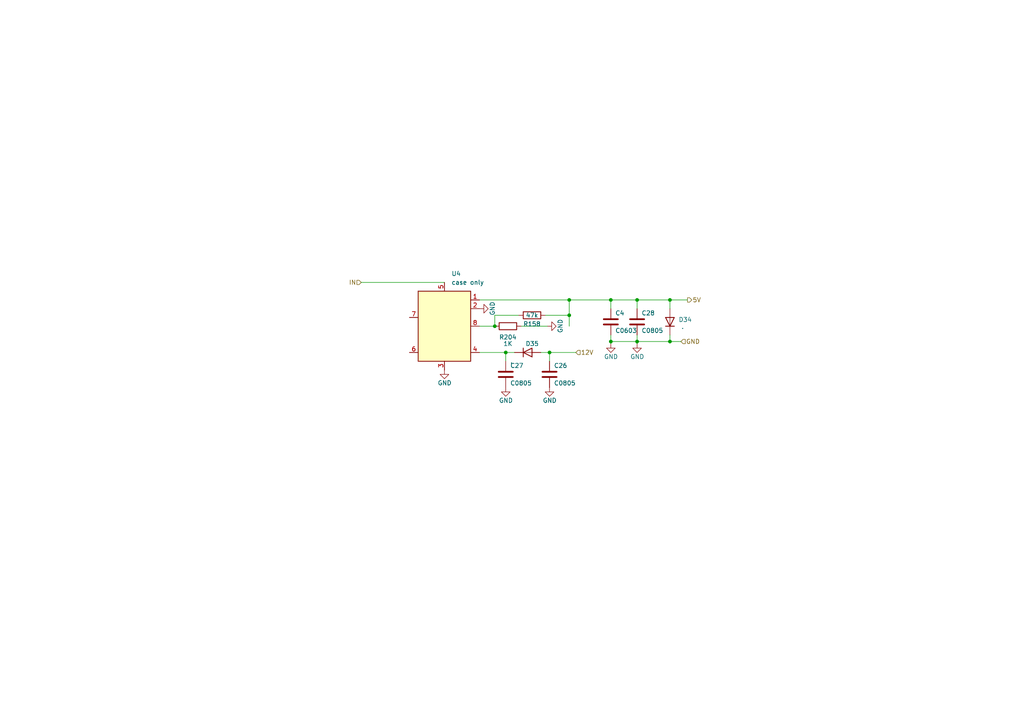
<source format=kicad_sch>
(kicad_sch (version 20211123) (generator eeschema)
  (paper "A4")
  (lib_symbols
    (symbol "Device:C" (pin_numbers hide) (pin_names (offset 0.254))
      (property "Reference" "C" (at 0.635 2.54 0))
      (property "Value" "C" (at 0.635 -2.54 0))
      (symbol "C_0_1"
        (polyline (pts (xy -2.032 -0.762) (xy 2.032 -0.762)) (stroke (width 0.508)))
        (polyline (pts (xy -2.032 0.762) (xy 2.032 0.762)) (stroke (width 0.508)))
      )
      (symbol "C_1_1"
        (pin passive line (at 0 3.81 270) (length 2.794) (name "~") (number "1"))
        (pin passive line (at 0 -3.81 90) (length 2.794) (name "~") (number "2"))
      )
    )
    (symbol "Device:R" (pin_numbers hide) (pin_names (offset 0))
      (property "Reference" "R" (at 2.032 0 90))
      (property "Value" "R" (at 0 0 90))
      (symbol "R_0_1"
        (rectangle (start -1.016 -2.54) (end 1.016 2.54) (stroke (width 0.254)))
      )
      (symbol "R_1_1"
        (pin passive line (at 0 3.81 270) (length 1.27) (name "~") (number "1"))
        (pin passive line (at 0 -3.81 90) (length 1.27) (name "~") (number "2"))
      )
    )
    (symbol "Diode:1N4148W" (pin_numbers hide) (pin_names hide)
      (property "Reference" "D" (at 0 2.54 0))
      (property "Value" "1N4148W" (at 0 -2.54 0))
      (symbol "1N4148W_0_1"
        (polyline (pts (xy -1.27 1.27) (xy -1.27 -1.27)) (stroke (width 0.254)))
        (polyline (pts (xy 1.27 0) (xy -1.27 0)))
        (polyline (pts (xy 1.27 1.27) (xy 1.27 -1.27) (xy -1.27 0) (xy 1.27 1.27)) (stroke (width 0.254)))
      )
      (symbol "1N4148W_1_1"
        (pin passive line (at -3.81 0 0) (length 2.54) (name "K") (number "1"))
        (pin passive line (at 3.81 0 180) (length 2.54) (name "A") (number "2"))
      )
    )
    (symbol "Diode:US2JA" (pin_numbers hide) (pin_names (offset 1.016) hide)
      (property "Reference" "D" (at 0 2.54 0))
      (property "Value" "US2JA" (at 0 -2.54 0))
      (symbol "US2JA_0_1"
        (polyline (pts (xy -1.27 1.27) (xy -1.27 -1.27)) (stroke (width 0.254)))
        (polyline (pts (xy 1.27 0) (xy -1.27 0)))
        (polyline (pts (xy 1.27 1.27) (xy 1.27 -1.27) (xy -1.27 0) (xy 1.27 1.27)) (stroke (width 0.254)))
      )
      (symbol "US2JA_1_1"
        (pin passive line (at -3.81 0 0) (length 2.54) (name "K") (number "1"))
        (pin passive line (at 3.81 0 180) (length 2.54) (name "A") (number "2"))
      )
    )
    (symbol "Regulator_Controller:L6727" (pin_names hide)
      (property "Reference" "U" (at -7.62 11.43 0))
      (property "Value" "L6727" (at 1.27 11.43 0))
      (symbol "L6727_0_0"
        (rectangle (start -7.62 10.16) (end 7.62 -10.16) (stroke (width 0.254)) (fill (type background)))
      )
      (symbol "L6727_1_1"
        (pin input line (at 10.16 7.62 180) (length 2.54) (name "BOOT") (number "1"))
        (pin output line (at 10.16 5.08 180) (length 2.54) (name "UGATE") (number "2"))
        (pin power_in line (at 0 -12.7 90) (length 2.54) (name "GND") (number "3"))
        (pin output line (at 10.16 -7.62 180) (length 2.54) (name "LGATE") (number "4"))
        (pin power_in line (at 0 12.7 270) (length 2.54) (name "VCC") (number "5"))
        (pin input line (at -10.16 -7.62 0) (length 2.54) (name "FB") (number "6"))
        (pin input line (at -10.16 2.54 0) (length 2.54) (name "COMP/DIS/OC") (number "7"))
        (pin passive line (at 10.16 0 180) (length 2.54) (name "PHASE") (number "8"))
      )
    )
    (symbol "power:GND" (power) (pin_names (offset 0))
      (property "Value" "GND" (at 0 -3.81 0))
      (symbol "GND_0_1"
        (polyline (pts (xy 0 0) (xy 0 -1.27) (xy 1.27 -1.27) (xy 0 -2.54) (xy -1.27 -1.27) (xy 0 -1.27)))
      )
      (symbol "GND_1_1"
        (pin power_in line (at 0 0 270) (length 0) hide (name "GND") (number "1"))
      )
    )
  )
  (junction (at 194.31 86.995))
  (junction (at 184.785 86.995))
  (junction (at 184.785 99.06))
  (junction (at 143.51 94.615))
  (junction (at 165.1 86.995))
  (junction (at 146.685 102.235))
  (junction (at 194.31 99.06))
  (junction (at 159.385 102.235))
  (junction (at 177.165 86.995))
  (junction (at 165.1 91.44))
  (junction (at 177.165 99.06))
  (wire (pts (xy 177.165 99.695) (xy 177.165 99.06)))
  (wire (pts (xy 194.31 86.995) (xy 194.31 89.535)))
  (wire (pts (xy 143.51 94.615) (xy 139.065 94.615)))
  (wire (pts (xy 184.785 86.995) (xy 184.785 89.535)))
  (wire (pts (xy 165.1 86.995) (xy 177.165 86.995)))
  (wire (pts (xy 177.165 86.995) (xy 184.785 86.995)))
  (wire (pts (xy 146.685 102.235) (xy 149.225 102.235)))
  (wire (pts (xy 159.385 102.235) (xy 167.005 102.235)))
  (wire (pts (xy 143.51 91.44) (xy 143.51 94.615)))
  (wire (pts (xy 194.31 97.155) (xy 194.31 99.06)))
  (wire (pts (xy 159.385 102.235) (xy 159.385 104.775)))
  (wire (pts (xy 184.785 99.06) (xy 184.785 97.155)))
  (wire (pts (xy 177.165 86.995) (xy 177.165 89.535)))
  (wire (pts (xy 158.115 91.44) (xy 165.1 91.44)))
  (wire (pts (xy 150.495 91.44) (xy 143.51 91.44)))
  (wire (pts (xy 139.065 102.235) (xy 146.685 102.235)))
  (wire (pts (xy 158.75 94.615) (xy 151.13 94.615)))
  (wire (pts (xy 177.165 97.155) (xy 177.165 99.06)))
  (wire (pts (xy 139.065 86.995) (xy 165.1 86.995)))
  (wire (pts (xy 165.1 86.995) (xy 165.1 91.44)))
  (wire (pts (xy 156.845 102.235) (xy 159.385 102.235)))
  (wire (pts (xy 184.785 99.06) (xy 194.31 99.06)))
  (wire (pts (xy 194.31 99.06) (xy 197.485 99.06)))
  (wire (pts (xy 146.685 102.235) (xy 146.685 104.775)))
  (wire (pts (xy 184.785 99.695) (xy 184.785 99.06)))
  (wire (pts (xy 194.31 86.995) (xy 199.39 86.995)))
  (wire (pts (xy 104.775 81.915) (xy 128.905 81.915)))
  (wire (pts (xy 177.165 99.06) (xy 184.785 99.06)))
  (wire (pts (xy 165.1 91.44) (xy 165.1 94.615)))
  (wire (pts (xy 184.785 86.995) (xy 194.31 86.995)))
  (hierarchical_label "IN" (shape input) (at 104.775 81.915 180))
  (hierarchical_label "5V" (shape output) (at 199.39 86.995 0))
  (hierarchical_label "12V" (shape input) (at 167.005 102.235 0))
  (hierarchical_label "GND" (shape input) (at 197.485 99.06 0))
  (symbol (lib_id "power:GND") (at 177.165 99.695 0) (unit 1)
    (property "Reference" "#PWR01" (effects hide))
    (property "Value" "GND" (at 175.172 103.4591 0) (effects (justify left)))
  )
  (symbol (lib_id "power:GND") (at 184.785 99.695 0) (unit 1)
    (property "Reference" "#PWR04" (effects hide))
    (property "Value" "GND" (at 182.792 103.4591 0) (effects (justify left)))
  )
  (symbol (lib_id "Regulator_Controller:L6727") (at 128.905 94.615 0) (unit 1)
    (property "Reference" "U4" (at 130.9244 79.375 0) (effects (justify left)))
    (property "Value" "case only" (at 130.9244 81.915 0) (effects (justify left)))
    (property "Footprint" "Package_SO:SOIC-8_3.9x4.9mm_P1.27mm" (effects hide))
    (property "Datasheet" "http://www.st.com/resource/en/datasheet/l6727.pdf" (effects hide))
  )
  (symbol (lib_id "Device:C") (at 159.385 108.585 0) (unit 1)
    (property "Reference" "C26" (at 160.655 106.045 0) (effects (justify left)))
    (property "Value" "C0805" (at 160.655 111.125 0) (effects (justify left)))
    (property "Footprint" "Capacitor_SMD:C_0805_2012Metric" (effects hide))
    (property "PageName" "stm32f407_board" (effects hide))
    (property "Part #" "C0805" (effects hide))
  )
  (symbol (lib_id "Diode:US2JA") (at 194.31 93.345 90) (unit 1)
    (property "Reference" "D34" (at 198.755 92.71 90))
    (property "Value" "." (at 197.485 95.25 0))
    (property "Footprint" "Diode_SMD:D_SMA" (effects hide))
  )
  (symbol (lib_id "Device:C") (at 146.685 108.585 0) (unit 1)
    (property "Reference" "C27" (at 147.955 106.045 0) (effects (justify left)))
    (property "Value" "C0805" (at 147.955 111.125 0) (effects (justify left)))
    (property "Footprint" "Capacitor_SMD:C_0805_2012Metric" (effects hide))
    (property "PageName" "stm32f407_board" (effects hide))
    (property "Part #" "C0805" (effects hide))
  )
  (symbol (lib_id "power:GND") (at 146.685 112.395 0) (unit 1)
    (property "Reference" "#PWR03" (effects hide))
    (property "Value" "GND" (at 144.692 116.1591 0) (effects (justify left)))
  )
  (symbol (lib_id "power:GND") (at 139.065 89.535 90) (unit 1)
    (property "Reference" "#PWR0156" (effects hide))
    (property "Value" "GND" (at 142.8291 91.528 0) (effects (justify left)))
  )
  (symbol (lib_id "Diode:1N4148W") (at 153.035 102.235 0) (mirror x) (unit 1)
    (property "Reference" "D35" (at 152.4 99.695 0) (effects (justify left)))
    (property "Value" "." (at 147.955 104.775 0) (effects (justify left)))
    (property "Footprint" "Diode_SMD:D_SOD-123" (effects hide))
    (property "Datasheet" "https://www.vishay.com/docs/85748/1n4148w.pdf" (effects hide))
  )
  (symbol (lib_id "power:GND") (at 128.905 107.315 0) (unit 1)
    (property "Reference" "#PWR0157" (effects hide))
    (property "Value" "GND" (at 126.912 111.0791 0) (effects (justify left)))
  )
  (symbol (lib_id "Device:C") (at 184.785 93.345 0) (unit 1)
    (property "Reference" "C28" (at 186.055 90.805 0) (effects (justify left)))
    (property "Value" "C0805" (at 186.055 95.885 0) (effects (justify left)))
    (property "Footprint" "Capacitor_SMD:C_0805_2012Metric" (effects hide))
    (property "PageName" "stm32f407_board" (effects hide))
    (property "Part #" "C0805" (effects hide))
  )
  (symbol (lib_id "Device:C") (at 177.165 93.345 0) (unit 1)
    (property "Reference" "C4" (at 178.435 90.805 0) (effects (justify left)))
    (property "Value" "C0603" (at 178.435 95.885 0) (effects (justify left)))
    (property "Footprint" "Capacitor_SMD:C_0603_1608Metric" (effects hide))
    (property "PageName" "stm32f407_board" (effects hide))
    (property "Part #" "C0603" (effects hide))
  )
  (symbol (lib_id "power:GND") (at 159.385 112.395 0) (unit 1)
    (property "Reference" "#PWR02" (effects hide))
    (property "Value" "GND" (at 157.392 116.1591 0) (effects (justify left)))
  )
  (symbol (lib_id "Device:R") (at 154.305 91.44 90) (mirror x) (unit 1)
    (property "Reference" "R158" (at 154.305 93.98 90))
    (property "Value" "47k" (at 154.305 91.44 90))
    (property "Footprint" "Resistor_SMD:R_0603_1608Metric" (effects hide))
  )
  (symbol (lib_id "power:GND") (at 158.75 94.615 90) (unit 1)
    (property "Reference" "#PWR0169" (effects hide))
    (property "Value" "GND" (at 162.5141 96.608 0) (effects (justify left)))
  )
  (symbol (lib_id "Device:R") (at 147.32 94.615 270) (mirror x) (unit 1)
    (property "Reference" "R204" (at 147.32 97.79 90))
    (property "Value" "1K" (at 147.32 99.695 90))
    (property "Footprint" "Resistor_SMD:R_0603_1608Metric" (effects hide))
  )
)
</source>
